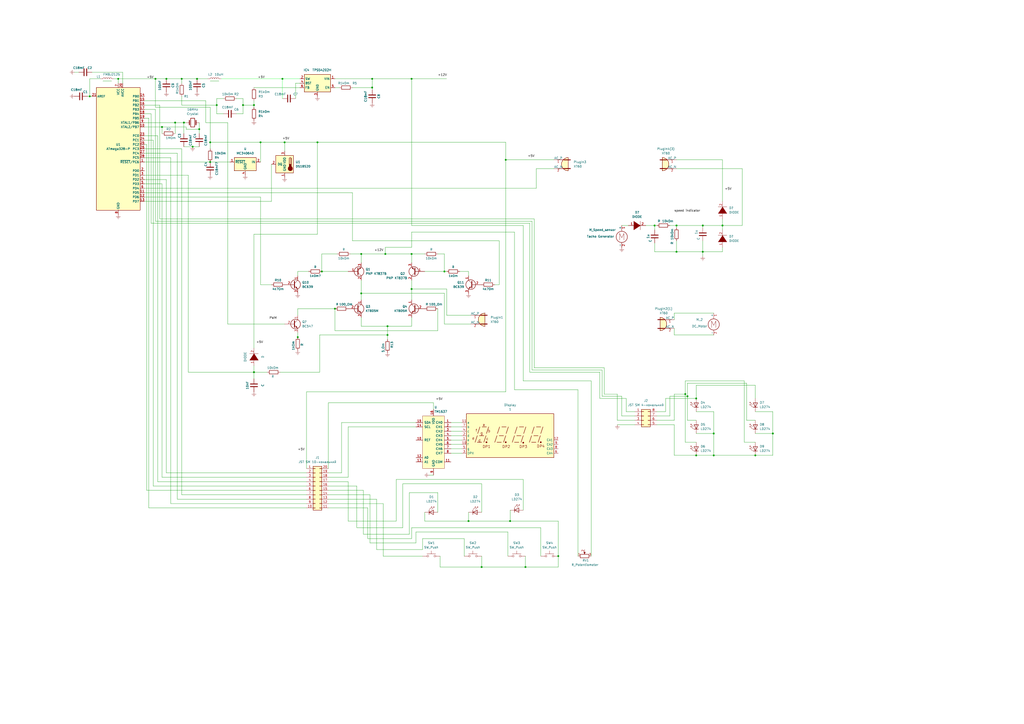
<source format=kicad_sch>
(kicad_sch (version 20211123) (generator eeschema)
  (paper "A2")
  (junction (at 397.51 228.6))
  (junction (at 403.86 264.16))
  (junction (at 295.91 302.26))
  (junction (at 224.79 189.23))
  (junction (at 448.31 251.46))
  (junction (at 215.9 45.72))
  (junction (at 407.67 130.81))
  (junction (at 186.69 157.48))
  (junction (at 115.57 74.93))
  (junction (at 96.52 45.72))
  (junction (at 114.3 45.72))
  (junction (at 392.43 146.05))
  (junction (at 419.1 130.81))
  (junction (at 172.72 195.58))
  (junction (at 414.02 251.46))
  (junction (at 101.6 71.12))
  (junction (at 223.52 147.32))
  (junction (at 293.37 92.71))
  (junction (at 209.55 170.18))
  (junction (at 147.32 60.96))
  (junction (at 165.1 82.55))
  (junction (at 271.78 302.26))
  (junction (at 111.76 85.09))
  (junction (at 163.83 45.72))
  (junction (at 105.41 45.72))
  (junction (at 106.68 71.12))
  (junction (at 93.98 73.66))
  (junction (at 398.78 229.87))
  (junction (at 68.58 45.72))
  (junction (at 238.76 167.64))
  (junction (at 125.73 60.96))
  (junction (at 121.92 93.98))
  (junction (at 209.55 147.32))
  (junction (at 151.13 82.55))
  (junction (at 121.92 82.55))
  (junction (at 238.76 147.32))
  (junction (at 379.73 130.81))
  (junction (at 184.15 82.55))
  (junction (at 323.85 322.58))
  (junction (at 224.79 194.31))
  (junction (at 414.02 264.16))
  (junction (at 403.86 231.14))
  (junction (at 215.9 50.8))
  (junction (at 407.67 146.05))
  (junction (at 304.8 328.93))
  (junction (at 279.4 328.93))
  (junction (at 438.15 264.16))
  (junction (at 194.31 179.07))
  (junction (at 392.43 130.81))
  (junction (at 52.07 55.88))
  (junction (at 140.97 60.96))
  (junction (at 90.17 45.72))
  (junction (at 238.76 45.72))
  (junction (at 257.81 157.48))
  (junction (at 147.32 215.9))
  (wire (pts (xy 448.31 264.16) (xy 438.15 264.16)))
  (wire (pts (xy 237.49 309.88) (xy 210.82 309.88)))
  (wire (pts (xy 246.38 297.18) (xy 246.38 302.26)))
  (wire (pts (xy 184.15 135.89) (xy 184.15 82.55)))
  (wire (pts (xy 194.31 191.77) (xy 254 191.77)))
  (wire (pts (xy 323.85 302.26) (xy 323.85 322.58)))
  (wire (pts (xy 83.82 66.04) (xy 87.63 66.04)))
  (wire (pts (xy 163.83 45.72) (xy 173.99 45.72)) (stroke (width 0) (color 0 255 41 1)))
  (wire (pts (xy 398.78 229.87) (xy 398.78 243.84)))
  (wire (pts (xy 190.5 284.48) (xy 210.82 284.48)))
  (wire (pts (xy 209.55 147.32) (xy 223.52 147.32)))
  (wire (pts (xy 194.31 45.72) (xy 215.9 45.72)))
  (wire (pts (xy 87.63 129.54) (xy 87.63 66.04)))
  (wire (pts (xy 154.94 215.9) (xy 147.32 215.9)))
  (wire (pts (xy 391.16 185.42) (xy 391.16 181.61)))
  (wire (pts (xy 419.1 146.05) (xy 407.67 146.05)))
  (wire (pts (xy 294.64 308.61) (xy 241.3 308.61)))
  (wire (pts (xy 245.11 318.77) (xy 245.11 312.42)))
  (wire (pts (xy 448.31 251.46) (xy 448.31 264.16)))
  (wire (pts (xy 255.27 322.58) (xy 255.27 328.93)))
  (wire (pts (xy 71.12 41.91) (xy 53.34 41.91)))
  (wire (pts (xy 102.87 289.56) (xy 177.8 289.56)))
  (wire (pts (xy 190.5 287.02) (xy 214.63 287.02)))
  (wire (pts (xy 433.07 243.84) (xy 433.07 222.25)))
  (wire (pts (xy 165.1 82.55) (xy 165.1 87.63)))
  (wire (pts (xy 121.92 62.23) (xy 90.17 62.23)))
  (wire (pts (xy 222.25 322.58) (xy 245.11 322.58)))
  (wire (pts (xy 151.13 165.1) (xy 157.48 165.1)))
  (wire (pts (xy 381 238.76) (xy 386.08 238.76)))
  (wire (pts (xy 397.51 256.54) (xy 397.51 228.6)))
  (wire (pts (xy 177.8 271.78) (xy 177.8 227.33)))
  (wire (pts (xy 190.5 294.64) (xy 213.36 294.64)))
  (wire (pts (xy 246.38 302.26) (xy 271.78 302.26)))
  (wire (pts (xy 83.82 109.22) (xy 311.15 109.22)))
  (wire (pts (xy 119.38 71.12) (xy 119.38 58.42)))
  (wire (pts (xy 360.68 241.3) (xy 360.68 229.87)))
  (wire (pts (xy 388.62 241.3) (xy 388.62 229.87)))
  (wire (pts (xy 303.53 130.81) (xy 238.76 130.81)))
  (wire (pts (xy 241.3 314.96) (xy 214.63 314.96)))
  (wire (pts (xy 83.82 63.5) (xy 90.17 63.5)))
  (wire (pts (xy 190.5 276.86) (xy 201.93 276.86)))
  (wire (pts (xy 83.82 111.76) (xy 204.47 111.76)))
  (wire (pts (xy 257.81 187.96) (xy 257.81 170.18)))
  (wire (pts (xy 407.67 139.7) (xy 407.67 146.05)))
  (wire (pts (xy 125.73 66.04) (xy 129.54 66.04)))
  (wire (pts (xy 190.5 271.78) (xy 190.5 233.68)))
  (wire (pts (xy 419.1 92.71) (xy 419.1 116.84)))
  (wire (pts (xy 83.82 114.3) (xy 151.13 114.3)))
  (wire (pts (xy 151.13 114.3) (xy 151.13 165.1)))
  (wire (pts (xy 368.3 238.76) (xy 363.22 238.76)))
  (wire (pts (xy 308.61 214.63) (xy 349.25 214.63)))
  (wire (pts (xy 381 241.3) (xy 388.62 241.3)))
  (wire (pts (xy 379.73 130.81) (xy 379.73 133.35)))
  (wire (pts (xy 165.1 187.96) (xy 132.08 187.96)))
  (wire (pts (xy 172.72 179.07) (xy 172.72 182.88)))
  (wire (pts (xy 194.31 191.77) (xy 194.31 179.07)))
  (wire (pts (xy 269.24 312.42) (xy 269.24 322.58)))
  (wire (pts (xy 209.55 170.18) (xy 209.55 173.99)))
  (wire (pts (xy 358.14 228.6) (xy 350.52 228.6)))
  (wire (pts (xy 96.52 104.14) (xy 96.52 274.32)))
  (wire (pts (xy 204.47 50.8) (xy 215.9 50.8)))
  (wire (pts (xy 350.52 213.36) (xy 309.88 213.36)))
  (wire (pts (xy 313.69 306.07) (xy 238.76 306.07)))
  (wire (pts (xy 52.07 45.72) (xy 52.07 55.88)))
  (wire (pts (xy 342.9 220.98) (xy 303.53 220.98)))
  (wire (pts (xy 105.41 287.02) (xy 177.8 287.02)))
  (wire (pts (xy 307.34 215.9) (xy 307.34 129.54)))
  (wire (pts (xy 289.56 165.1) (xy 287.02 165.1)))
  (wire (pts (xy 137.16 57.15) (xy 140.97 57.15)))
  (wire (pts (xy 125.73 60.96) (xy 125.73 66.04)))
  (wire (pts (xy 294.64 322.58) (xy 294.64 308.61)))
  (wire (pts (xy 215.9 45.72) (xy 215.9 50.8)))
  (wire (pts (xy 238.76 312.42) (xy 213.36 312.42)))
  (wire (pts (xy 398.78 243.84) (xy 403.86 243.84)))
  (wire (pts (xy 190.5 279.4) (xy 201.93 279.4)))
  (wire (pts (xy 323.85 322.58) (xy 323.85 328.93)))
  (wire (pts (xy 96.52 45.72) (xy 105.41 45.72)))
  (wire (pts (xy 91.44 78.74) (xy 83.82 78.74)))
  (wire (pts (xy 311.15 97.79) (xy 321.31 97.79)))
  (wire (pts (xy 93.98 106.68) (xy 83.82 106.68)))
  (wire (pts (xy 430.53 130.81) (xy 419.1 130.81)))
  (wire (pts (xy 347.98 215.9) (xy 307.34 215.9)))
  (wire (pts (xy 238.76 147.32) (xy 246.38 147.32)))
  (wire (pts (xy 105.41 45.72) (xy 105.41 48.26)))
  (wire (pts (xy 403.86 251.46) (xy 414.02 251.46)))
  (wire (pts (xy 241.3 247.65) (xy 201.93 247.65)))
  (wire (pts (xy 190.5 274.32) (xy 198.12 274.32)))
  (wire (pts (xy 102.87 88.9) (xy 102.87 289.56)))
  (wire (pts (xy 295.91 302.26) (xy 323.85 302.26)))
  (wire (pts (xy 109.22 215.9) (xy 147.32 215.9)))
  (wire (pts (xy 204.47 111.76) (xy 204.47 139.7)))
  (wire (pts (xy 85.09 284.48) (xy 177.8 284.48)))
  (wire (pts (xy 379.73 146.05) (xy 392.43 146.05)))
  (wire (pts (xy 96.52 274.32) (xy 177.8 274.32)))
  (wire (pts (xy 388.62 229.87) (xy 398.78 229.87)))
  (wire (pts (xy 363.22 238.76) (xy 363.22 231.14)))
  (wire (pts (xy 391.16 264.16) (xy 391.16 246.38)))
  (wire (pts (xy 403.86 264.16) (xy 391.16 264.16)))
  (wire (pts (xy 407.67 130.81) (xy 407.67 132.08)))
  (wire (pts (xy 125.73 57.15) (xy 125.73 60.96)))
  (wire (pts (xy 190.5 281.94) (xy 207.01 281.94)))
  (wire (pts (xy 229.87 302.26) (xy 201.93 302.26)))
  (wire (pts (xy 140.97 60.96) (xy 140.97 66.04)))
  (wire (pts (xy 438.15 223.52) (xy 403.86 223.52)))
  (wire (pts (xy 195.58 147.32) (xy 186.69 147.32)))
  (wire (pts (xy 222.25 292.1) (xy 222.25 322.58)))
  (wire (pts (xy 307.34 129.54) (xy 87.63 129.54)))
  (wire (pts (xy 93.98 73.66) (xy 107.95 73.66)))
  (wire (pts (xy 407.67 130.81) (xy 419.1 130.81)))
  (wire (pts (xy 140.97 66.04) (xy 137.16 66.04)))
  (wire (pts (xy 257.81 170.18) (xy 209.55 170.18)))
  (wire (pts (xy 128.27 45.72) (xy 163.83 45.72)) (stroke (width 0) (color 16 255 30 1)))
  (wire (pts (xy 83.82 88.9) (xy 102.87 88.9)))
  (wire (pts (xy 414.02 264.16) (xy 403.86 264.16)))
  (wire (pts (xy 392.43 92.71) (xy 419.1 92.71)))
  (wire (pts (xy 58.42 45.72) (xy 52.07 45.72)))
  (wire (pts (xy 392.43 130.81) (xy 392.43 132.08)))
  (wire (pts (xy 105.41 45.72) (xy 114.3 45.72)))
  (wire (pts (xy 308.61 128.27) (xy 308.61 214.63)))
  (wire (pts (xy 342.9 220.98) (xy 342.9 322.58)))
  (wire (pts (xy 255.27 328.93) (xy 279.4 328.93)))
  (wire (pts (xy 209.55 162.56) (xy 209.55 170.18)))
  (wire (pts (xy 115.57 74.93) (xy 107.95 74.93)))
  (wire (pts (xy 106.68 71.12) (xy 106.68 77.47)))
  (wire (pts (xy 419.1 130.81) (xy 419.1 127)))
  (wire (pts (xy 335.28 226.06) (xy 298.45 226.06)))
  (wire (pts (xy 293.37 92.71) (xy 293.37 227.33)))
  (wire (pts (xy 431.8 220.98) (xy 397.51 220.98)))
  (wire (pts (xy 132.08 71.12) (xy 119.38 71.12)))
  (wire (pts (xy 224.79 189.23) (xy 224.79 194.31)))
  (wire (pts (xy 279.4 280.67) (xy 279.4 297.18)))
  (wire (pts (xy 147.32 212.09) (xy 147.32 215.9)))
  (wire (pts (xy 105.41 86.36) (xy 83.82 86.36)))
  (wire (pts (xy 251.46 233.68) (xy 251.46 237.49)))
  (wire (pts (xy 223.52 143.51) (xy 223.52 147.32)))
  (wire (pts (xy 350.52 228.6) (xy 350.52 213.36)))
  (wire (pts (xy 304.8 322.58) (xy 304.8 328.93)))
  (wire (pts (xy 298.45 226.06) (xy 298.45 134.62)))
  (wire (pts (xy 241.3 308.61) (xy 241.3 314.96)))
  (wire (pts (xy 303.53 295.91) (xy 303.53 278.13)))
  (wire (pts (xy 90.17 45.72) (xy 96.52 45.72)))
  (wire (pts (xy 204.47 139.7) (xy 289.56 139.7)))
  (wire (pts (xy 386.08 238.76) (xy 386.08 231.14)))
  (wire (pts (xy 238.76 45.72) (xy 238.76 130.81)))
  (wire (pts (xy 115.57 71.12) (xy 115.57 74.93)))
  (wire (pts (xy 121.92 46.99) (xy 127 46.99)))
  (wire (pts (xy 105.41 287.02) (xy 105.41 86.36)))
  (wire (pts (xy 185.42 194.31) (xy 185.42 215.9)))
  (wire (pts (xy 238.76 162.56) (xy 238.76 167.64)))
  (wire (pts (xy 360.68 130.81) (xy 364.49 130.81)))
  (wire (pts (xy 198.12 245.11) (xy 241.3 245.11)))
  (wire (pts (xy 368.3 243.84) (xy 358.14 243.84)))
  (wire (pts (xy 68.58 45.72) (xy 66.04 45.72)))
  (wire (pts (xy 88.9 81.28) (xy 88.9 281.94)))
  (wire (pts (xy 86.36 68.58) (xy 83.82 68.58)))
  (wire (pts (xy 90.17 62.23) (xy 90.17 45.72)))
  (wire (pts (xy 271.78 157.48) (xy 271.78 160.02)))
  (wire (pts (xy 59.69 46.99) (xy 64.77 46.99)))
  (wire (pts (xy 403.86 238.76) (xy 414.02 238.76)))
  (wire (pts (xy 85.09 83.82) (xy 83.82 83.82)))
  (wire (pts (xy 295.91 295.91) (xy 295.91 302.26)))
  (wire (pts (xy 201.93 276.86) (xy 201.93 247.65)))
  (wire (pts (xy 438.15 243.84) (xy 433.07 243.84)))
  (wire (pts (xy 261.62 247.65) (xy 267.97 247.65)))
  (wire (pts (xy 147.32 135.89) (xy 184.15 135.89)))
  (wire (pts (xy 114.3 45.72) (xy 120.65 45.72)))
  (wire (pts (xy 86.36 294.64) (xy 86.36 68.58)))
  (wire (pts (xy 398.78 222.25) (xy 398.78 229.87)))
  (wire (pts (xy 407.67 146.05) (xy 407.67 148.59)))
  (wire (pts (xy 392.43 130.81) (xy 407.67 130.81)))
  (wire (pts (xy 91.44 279.4) (xy 177.8 279.4)))
  (wire (pts (xy 261.62 262.89) (xy 267.97 262.89)))
  (wire (pts (xy 209.55 152.4) (xy 209.55 147.32)))
  (wire (pts (xy 392.43 97.79) (xy 430.53 97.79)))
  (wire (pts (xy 438.15 256.54) (xy 431.8 256.54)))
  (wire (pts (xy 68.58 45.72) (xy 90.17 45.72)))
  (wire (pts (xy 257.81 157.48) (xy 259.08 157.48)))
  (wire (pts (xy 391.16 181.61) (xy 414.02 181.61)))
  (wire (pts (xy 414.02 238.76) (xy 414.02 251.46)))
  (wire (pts (xy 99.06 292.1) (xy 177.8 292.1)))
  (wire (pts (xy 261.62 250.19) (xy 267.97 250.19)))
  (wire (pts (xy 83.82 73.66) (xy 93.98 73.66)))
  (wire (pts (xy 215.9 50.8) (xy 215.9 52.07)))
  (wire (pts (xy 431.8 256.54) (xy 431.8 220.98)))
  (wire (pts (xy 106.68 71.12) (xy 107.95 71.12)))
  (wire (pts (xy 172.72 157.48) (xy 179.07 157.48)))
  (wire (pts (xy 190.5 289.56) (xy 218.44 289.56)))
  (wire (pts (xy 323.85 328.93) (xy 304.8 328.93)))
  (wire (pts (xy 101.6 71.12) (xy 106.68 71.12)))
  (wire (pts (xy 229.87 278.13) (xy 229.87 302.26)))
  (wire (pts (xy 210.82 284.48) (xy 210.82 309.88)))
  (wire (pts (xy 215.9 45.72) (xy 238.76 45.72)))
  (wire (pts (xy 198.12 274.32) (xy 198.12 245.11)))
  (wire (pts (xy 214.63 287.02) (xy 214.63 314.96)))
  (wire (pts (xy 419.1 130.81) (xy 419.1 133.35)))
  (wire (pts (xy 419.1 143.51) (xy 419.1 146.05)))
  (wire (pts (xy 335.28 226.06) (xy 335.28 322.58)))
  (wire (pts (xy 391.16 246.38) (xy 381 246.38)))
  (wire (pts (xy 430.53 97.79) (xy 430.53 130.81)))
  (wire (pts (xy 298.45 134.62) (xy 238.76 134.62)))
  (wire (pts (xy 238.76 147.32) (xy 238.76 152.4)))
  (wire (pts (xy 91.44 279.4) (xy 91.44 78.74)))
  (wire (pts (xy 261.62 245.11) (xy 267.97 245.11)))
  (wire (pts (xy 90.17 63.5) (xy 90.17 128.27)))
  (wire (pts (xy 349.25 229.87) (xy 360.68 229.87)))
  (wire (pts (xy 163.83 45.72) (xy 163.83 57.15)) (stroke (width 0) (color 27 255 55 1)))
  (wire (pts (xy 261.62 255.27) (xy 267.97 255.27)))
  (wire (pts (xy 381 130.81) (xy 379.73 130.81)))
  (wire (pts (xy 257.81 147.32) (xy 257.81 157.48)))
  (wire (pts (xy 438.15 251.46) (xy 448.31 251.46)))
  (wire (pts (xy 392.43 139.7) (xy 392.43 146.05)))
  (wire (pts (xy 99.06 292.1) (xy 99.06 91.44)))
  (wire (pts (xy 209.55 189.23) (xy 224.79 189.23)))
  (wire (pts (xy 129.54 57.15) (xy 125.73 57.15)))
  (wire (pts (xy 233.68 280.67) (xy 233.68 306.07)))
  (wire (pts (xy 83.82 71.12) (xy 101.6 71.12)))
  (wire (pts (xy 279.4 328.93) (xy 304.8 328.93)))
  (wire (pts (xy 147.32 135.89) (xy 147.32 201.93)))
  (wire (pts (xy 172.72 193.04) (xy 172.72 195.58)))
  (wire (pts (xy 209.55 184.15) (xy 209.55 189.23)))
  (wire (pts (xy 391.16 243.84) (xy 391.16 228.6)))
  (wire (pts (xy 238.76 45.72) (xy 259.08 45.72)))
  (wire (pts (xy 403.86 231.14) (xy 386.08 231.14)))
  (wire (pts (xy 438.15 238.76) (xy 448.31 238.76)))
  (wire (pts (xy 140.97 57.15) (xy 140.97 60.96)))
  (wire (pts (xy 347.98 231.14) (xy 347.98 215.9)))
  (wire (pts (xy 111.76 85.09) (xy 115.57 85.09)))
  (wire (pts (xy 313.69 322.58) (xy 313.69 306.07)))
  (wire (pts (xy 105.41 55.88) (xy 105.41 60.96)))
  (wire (pts (xy 237.49 285.75) (xy 237.49 309.88)))
  (wire (pts (xy 311.15 97.79) (xy 311.15 109.22)))
  (wire (pts (xy 238.76 189.23) (xy 238.76 184.15)))
  (wire (pts (xy 92.71 127) (xy 92.71 60.96)))
  (wire (pts (xy 172.72 179.07) (xy 194.31 179.07)))
  (wire (pts (xy 194.31 50.8) (xy 196.85 50.8)))
  (wire (pts (xy 151.13 82.55) (xy 121.92 82.55)))
  (wire (pts (xy 177.8 227.33) (xy 293.37 227.33)))
  (wire (pts (xy 177.8 294.64) (xy 86.36 294.64)))
  (wire (pts (xy 238.76 134.62) (xy 238.76 143.51)))
  (wire (pts (xy 391.16 190.5) (xy 391.16 194.31)))
  (wire (pts (xy 50.8 55.88) (xy 52.07 55.88)))
  (wire (pts (xy 238.76 167.64) (xy 238.76 173.99)))
  (wire (pts (xy 71.12 41.91) (xy 71.12 48.26)))
  (wire (pts (xy 201.93 279.4) (xy 201.93 302.26)))
  (wire (pts (xy 397.51 228.6) (xy 391.16 228.6)))
  (wire (pts (xy 90.17 128.27) (xy 308.61 128.27)))
  (wire (pts (xy 190.5 292.1) (xy 222.25 292.1)))
  (wire (pts (xy 261.62 252.73) (xy 267.97 252.73)))
  (wire (pts (xy 218.44 289.56) (xy 218.44 318.77)))
  (wire (pts (xy 358.14 243.84) (xy 358.14 228.6)))
  (wire (pts (xy 233.68 280.67) (xy 279.4 280.67)))
  (wire (pts (xy 172.72 157.48) (xy 172.72 160.02)))
  (wire (pts (xy 109.22 101.6) (xy 109.22 215.9)))
  (wire (pts (xy 248.92 275.59) (xy 251.46 275.59)))
  (wire (pts (xy 83.82 101.6) (xy 109.22 101.6)))
  (wire (pts (xy 162.56 215.9) (xy 185.42 215.9)))
  (wire (pts (xy 438.15 231.14) (xy 438.15 223.52)))
  (wire (pts (xy 119.38 58.42) (xy 83.82 58.42)))
  (wire (pts (xy 68.58 48.26) (xy 68.58 45.72)))
  (wire (pts (xy 271.78 297.18) (xy 271.78 302.26)))
  (wire (pts (xy 213.36 312.42) (xy 213.36 294.64)))
  (wire (pts (xy 379.73 130.81) (xy 374.65 130.81)))
  (wire (pts (xy 83.82 104.14) (xy 96.52 104.14)))
  (wire (pts (xy 92.71 60.96) (xy 83.82 60.96)))
  (wire (pts (xy 238.76 143.51) (xy 223.52 143.51)))
  (wire (pts (xy 224.79 194.31) (xy 224.79 196.85)))
  (wire (pts (xy 147.32 215.9) (xy 147.32 219.71)))
  (wire (pts (xy 83.82 93.98) (xy 121.92 93.98)))
  (wire (pts (xy 121.92 62.23) (xy 121.92 82.55)))
  (wire (pts (xy 433.07 222.25) (xy 398.78 222.25)))
  (wire (pts (xy 184.15 82.55) (xy 293.37 82.55)))
  (wire (pts (xy 147.32 60.96) (xy 147.32 62.23)))
  (wire (pts (xy 289.56 139.7) (xy 289.56 165.1)))
  (wire (pts (xy 381 243.84) (xy 391.16 243.84)))
  (wire (pts (xy 43.18 41.91) (xy 45.72 41.91)))
  (wire (pts (xy 165.1 82.55) (xy 184.15 82.55)))
  (wire (pts (xy 172.72 195.58) (xy 172.72 196.85)))
  (wire (pts (xy 246.38 157.48) (xy 257.81 157.48)))
  (wire (pts (xy 254 147.32) (xy 257.81 147.32)))
  (wire (pts (xy 414.02 251.46) (xy 414.02 264.16)))
  (wire (pts (xy 140.97 60.96) (xy 147.32 60.96)))
  (wire (pts (xy 171.45 48.26) (xy 173.99 48.26)))
  (wire (pts (xy 309.88 127) (xy 92.71 127)))
  (wire (pts (xy 245.11 312.42) (xy 269.24 312.42)))
  (wire (pts (xy 379.73 140.97) (xy 379.73 146.05)))
  (wire (pts (xy 121.92 93.98) (xy 133.35 93.98)))
  (wire (pts (xy 261.62 257.81) (xy 267.97 257.81)))
  (wire (pts (xy 107.95 74.93) (xy 107.95 73.66)))
  (wire (pts (xy 186.69 147.32) (xy 186.69 157.48)))
  (wire (pts (xy 448.31 238.76) (xy 448.31 251.46)))
  (wire (pts (xy 101.6 71.12) (xy 101.6 77.47)))
  (wire (pts (xy 271.78 302.26) (xy 295.91 302.26)))
  (wire (pts (xy 83.82 81.28) (xy 88.9 81.28)))
  (wire (pts (xy 115.57 74.93) (xy 115.57 77.47)))
  (wire (pts (xy 186.69 157.48) (xy 201.93 157.48)))
  (wire (pts (xy 266.7 157.48) (xy 271.78 157.48)))
  (wire (pts (xy 397.51 220.98) (xy 397.51 228.6)))
  (wire (pts (xy 93.98 73.66) (xy 93.98 77.47)))
  (wire (pts (xy 147.32 50.8) (xy 173.99 50.8)))
  (wire (pts (xy 363.22 231.14) (xy 347.98 231.14)))
  (wire (pts (xy 233.68 306.07) (xy 207.01 306.07)))
  (wire (pts (xy 224.79 189.23) (xy 238.76 189.23)))
  (wire (pts (xy 273.05 182.88) (xy 259.08 182.88)))
  (wire (pts (xy 261.62 260.35) (xy 267.97 260.35)))
  (wire (pts (xy 309.88 213.36) (xy 309.88 127)))
  (wire (pts (xy 279.4 322.58) (xy 279.4 328.93)))
  (wire (pts (xy 151.13 82.55) (xy 165.1 82.55)))
  (wire (pts (xy 229.87 278.13) (xy 303.53 278.13)))
  (wire (pts (xy 223.52 147.32) (xy 238.76 147.32)))
  (wire (pts (xy 85.09 284.48) (xy 85.09 83.82)))
  (wire (pts (xy 293.37 92.71) (xy 321.31 92.71)))
  (wire (pts (xy 52.07 55.88) (xy 53.34 55.88)))
  (wire (pts (xy 185.42 194.31) (xy 224.79 194.31)))
  (wire (pts (xy 254 285.75) (xy 237.49 285.75)))
  (wire (pts (xy 358.14 246.38) (xy 368.3 246.38)))
  (wire (pts (xy 238.76 306.07) (xy 238.76 312.42)))
  (wire (pts (xy 403.86 256.54) (xy 397.51 256.54)))
  (wire (pts (xy 171.45 57.15) (xy 171.45 48.26)))
  (wire (pts (xy 254 179.07) (xy 254 191.77)))
  (wire (pts (xy 157.48 95.25) (xy 157.48 116.84)))
  (wire (pts (xy 368.3 241.3) (xy 360.68 241.3)))
  (wire (pts (xy 273.05 187.96) (xy 257.81 187.96)))
  (wire (pts (xy 121.92 82.55) (xy 121.92 86.36)))
  (wire (pts (xy 83.82 116.84) (xy 157.48 116.84)))
  (wire (pts (xy 105.41 60.96) (xy 125.73 60.96)))
  (wire (pts (xy 190.5 233.68) (xy 251.46 233.68)))
  (wire (pts (xy 391.16 194.31) (xy 414.02 194.31)))
  (wire (pts (xy 203.2 147.32) (xy 209.55 147.32)))
  (wire (pts (xy 388.62 130.81) (xy 392.43 130.81)))
  (wire (pts (xy 349.25 214.63) (xy 349.25 229.87)))
  (wire (pts (xy 254 297.18) (xy 254 285.75)))
  (wire (pts (xy 93.98 276.86) (xy 93.98 106.68)))
  (wire (pts (xy 259.08 167.64) (xy 238.76 167.64)))
  (wire (pts (xy 88.9 281.94) (xy 177.8 281.94)))
  (wire (pts (xy 93.98 276.86) (xy 177.8 276.86)))
  (wire (pts (xy 151.13 93.98) (xy 151.13 82.55)))
  (wire (pts (xy 132.08 187.96) (xy 132.08 71.12)))
  (wire (pts (xy 106.68 85.09) (xy 111.76 85.09)))
  (wire (pts (xy 403.86 223.52) (xy 403.86 231.14)))
  (wire (pts (xy 303.53 220.98) (xy 303.53 130.81)))
  (wire (pts (xy 147.32 58.42) (xy 147.32 60.96)))
  (wire (pts (xy 218.44 318.77) (xy 245.11 318.77)))
  (wire (pts (xy 293.37 82.55) (xy 293.37 92.71)))
  (wire (pts (xy 259.08 182.88) (xy 259.08 167.64)))
  (wire (pts (xy 207.01 281.94) (xy 207.01 306.07)))
  (wire (pts (xy 99.06 91.44) (xy 83.82 91.44)))
  (wire (pts (xy 414.02 264.16) (xy 438.15 264.16)))
  (wire (pts (xy 392.43 146.05) (xy 407.67 146.05)))
  (label " +5V" (at 148.59 45.72 0))
  (label "+5V" (at 306.07 91.44 0))
  (label "+12V" (at 217.17 146.05 0))
  (label "+5V" (at 172.72 261.62 0))
  (label "speed indicator" (at 391.16 123.19 0))
  (label "+5V" (at 420.37 110.49 0))
  (label "+12V" (at 254 44.45 0))
  (label "+5V" (at 252.73 232.41 0))
  (label "PWM" (at 156.21 185.42 0))
  (label "+5V" (at 163.83 81.28 0))
  (label "+5V" (at 85.09 45.72 0))
  (label "+5V" (at 148.59 199.39 0))
  (symbol (lib_id "LED:LD274") (at 438.15 233.68 90) (unit 1)
    (property "Reference" "D7" (at 440.69 233.5529 90) (effects (justify right)))
    (property "Value" "LD274" (at 440.69 236.0929 90) (effects (justify right)))
    (property "Footprint" "LED_THT:LED_D5.0mm_IRGrey" (effects hide))
    (property "Datasheet" "http://pdf.datasheetcatalog.com/datasheet/siemens/LD274.pdf" (effects hide))
  )
  (symbol (lib_id "power:Earth") (at 407.67 148.59 0) (unit 1)
    (property "Reference" "#PWR?" (effects hide))
    (property "Value" "Earth" (effects hide))
  )
  (symbol (lib_id "Device:R") (at 147.32 66.04 0) (unit 1)
    (property "Reference" "R1kOm" (at 149.86 64.7699 0) (effects (justify left)))
    (property "Value" "R4" (at 149.86 67.3099 0) (effects (justify left)))
  )
  (symbol (lib_id "Motor:Motor_DC") (at 414.02 186.69 0) (unit 1)
    (property "Reference" "M_2" (at 403.86 185.42 0) (effects (justify left)))
    (property "Value" "DC_Motor" (at 401.32 189.23 0) (effects (justify left)))
  )
  (symbol (lib_id "Device:C") (at 407.67 135.89 180) (unit 1)
    (property "Reference" "1u" (at 403.86 134.62 90))
    (property "Value" "C" (at 405.13 138.43 90))
  )
  (symbol (lib_id "Device:L") (at 124.46 45.72 90) (unit 1)
    (property "Reference" "L2" (at 121.92 43.18 90))
    (property "Value" "10uH" (at 127 43.18 90))
  )
  (symbol (lib_id "power:Earth") (at 165.1 102.87 0) (unit 1)
    (property "Reference" "#PWR?" (effects hide))
    (property "Value" "Earth" (effects hide))
  )
  (symbol (lib_id "Transistor_BJT:BC547") (at 170.18 187.96 0) (unit 1)
    (property "Reference" "Q?" (at 175.26 186.6899 0) (effects (justify left)))
    (property "Value" "BC547" (at 175.26 189.2299 0) (effects (justify left)))
    (property "Footprint" "Package_TO_SOT_THT:TO-92_Inline" (effects hide))
    (property "Datasheet" "https://www.onsemi.com/pub/Collateral/BC550-D.pdf" (effects hide))
  )
  (symbol (lib_id "LED:LD274") (at 276.86 297.18 0) (unit 1)
    (property "Reference" "D2" (at 275.717 288.29 0))
    (property "Value" "LD274" (at 275.717 290.83 0))
    (property "Footprint" "LED_THT:LED_D5.0mm_IRGrey" (effects hide))
    (property "Datasheet" "http://pdf.datasheetcatalog.com/datasheet/siemens/LD274.pdf" (effects hide))
  )
  (symbol (lib_id "power:Earth") (at 271.78 170.18 0) (unit 1)
    (property "Reference" "#PWR?" (effects hide))
    (property "Value" "Earth" (effects hide))
  )
  (symbol (lib_id "Device:R") (at 250.19 179.07 90) (unit 1)
    (property "Reference" "100_Om" (at 252.73 176.53 90))
    (property "Value" "R" (at 247.65 176.53 90))
  )
  (symbol (lib_id "Connector_Generic:Conn_02x10_Counter_Clockwise") (at 182.88 281.94 0) (unit 1)
    (property "Reference" "J1" (at 184.15 265.43 0))
    (property "Value" "JST SM 10-кональний" (at 184.15 267.97 0))
  )
  (symbol (lib_id "Device:C") (at 121.92 97.79 180) (unit 1)
    (property "Reference" "C18mF?" (at 125.73 97.79 90))
    (property "Value" "C4" (at 119.38 95.25 90))
  )
  (symbol (lib_id "Switch:SW_Push") (at 250.19 322.58 0) (unit 1)
    (property "Reference" "SW1" (at 250.19 314.96 0))
    (property "Value" "SW_Push" (at 250.19 317.5 0))
  )
  (symbol (lib_id "Connector:Conn_WallPlug") (at 278.13 185.42 0) (mirror y) (unit 1)
    (property "Reference" "PlugIn1" (at 284.48 184.1499 0) (effects (justify right)))
    (property "Value" "XT60" (at 284.48 186.6899 0) (effects (justify right)))
  )
  (symbol (lib_id "Device:Q_PNP_BCE") (at 207.01 157.48 0) (mirror x) (unit 1)
    (property "Reference" "Q1" (at 212.09 156.2099 0) (effects (justify left)))
    (property "Value" "PNP KT837B" (at 212.09 158.7499 0) (effects (justify left)))
  )
  (symbol (lib_id "Display_Character:CA56-12SRWA") (at 295.91 252.73 0) (unit 1)
    (property "Reference" "Display" (at 295.91 234.95 0))
    (property "Value" "1" (at 295.91 237.49 0))
    (property "Footprint" "Display_7Segment:CA56-12SRWA" (effects hide))
    (property "Datasheet" "http://www.kingbrightusa.com/images/catalog/SPEC/CA56-12SRWA.pdf" (effects hide))
  )
  (symbol (lib_id "LED:LD274") (at 403.86 233.68 90) (unit 1)
    (property "Reference" "D4" (at 406.4 233.5529 90) (effects (justify right)))
    (property "Value" "LD274" (at 406.4 236.0929 90) (effects (justify right)))
    (property "Footprint" "LED_THT:LED_D5.0mm_IRGrey" (effects hide))
    (property "Datasheet" "http://pdf.datasheetcatalog.com/datasheet/siemens/LD274.pdf" (effects hide))
  )
  (symbol (lib_id "Device:R") (at 133.35 57.15 90) (unit 1)
    (property "Reference" "10kOm" (at 132.08 54.61 90))
    (property "Value" "R2" (at 137.16 54.61 90))
  )
  (symbol (lib_id "power:Earth") (at 147.32 227.33 0) (unit 1)
    (property "Reference" "#PWR?" (effects hide))
    (property "Value" "Earth" (effects hide))
  )
  (symbol (lib_id "Device:C") (at 46.99 55.88 90) (unit 1)
    (property "Reference" "C18mF" (at 44.45 52.07 90))
    (property "Value" "C1" (at 49.53 53.34 90))
  )
  (symbol (lib_id "power:Earth") (at 172.72 203.2 0) (unit 1)
    (property "Reference" "#PWR?" (effects hide))
    (property "Value" "Earth" (effects hide))
  )
  (symbol (lib_id "Transistor_BJT:BC547") (at 241.3 179.07 0) (mirror y) (unit 1)
    (property "Reference" "Q4" (at 236.22 177.7999 0) (effects (justify left)))
    (property "Value" "КТ805М" (at 236.22 180.3399 0) (effects (justify left)))
    (property "Footprint" "Package_TO_SOT_THT:TO-92_Inline" (effects hide))
    (property "Datasheet" "https://www.onsemi.com/pub/Collateral/BC550-D.pdf" (effects hide))
  )
  (symbol (lib_id "power:Earth") (at 96.52 53.34 0) (unit 1)
    (property "Reference" "#PWR?" (effects hide))
    (property "Value" "Earth" (effects hide))
  )
  (symbol (lib_id "LED:LD274") (at 300.99 295.91 0) (unit 1)
    (property "Reference" "D3" (at 299.847 287.02 0))
    (property "Value" "LD274" (at 299.847 289.56 0))
    (property "Footprint" "LED_THT:LED_D5.0mm_IRGrey" (effects hide))
    (property "Datasheet" "http://pdf.datasheetcatalog.com/datasheet/siemens/LD274.pdf" (effects hide))
  )
  (symbol (lib_id "power:Earth") (at 114.3 53.34 0) (unit 1)
    (property "Reference" "#PWR?" (effects hide))
    (property "Value" "Earth" (effects hide))
  )
  (symbol (lib_id "pspice:DIODE") (at 147.32 207.01 90) (unit 1)
    (property "Reference" "D" (at 152.4 207.01 0))
    (property "Value" "DIODE" (at 142.24 207.01 0))
  )
  (symbol (lib_id "Sensor_Temperature:DS18S20") (at 165.1 95.25 0) (mirror y) (unit 1)
    (property "Reference" "U1" (at 171.45 93.9799 0) (effects (justify right)))
    (property "Value" "DS18S20" (at 171.45 96.5199 0) (effects (justify right)))
    (property "Footprint" "Package_TO_SOT_THT:TO-92_Inline" (effects hide))
    (property "Datasheet" "http://datasheets.maximintegrated.com/en/ds/DS18S20.pdf" (effects hide))
  )
  (symbol (lib_id "Device:R") (at 199.39 147.32 90) (unit 1)
    (property "Reference" "10kOm" (at 199.39 149.86 90))
    (property "Value" "R" (at 199.39 144.78 90))
  )
  (symbol (lib_id "Device:R") (at 262.89 157.48 90) (unit 1)
    (property "Reference" "1kOm" (at 262.89 160.02 90))
    (property "Value" "R" (at 262.89 154.94 90))
  )
  (symbol (lib_id "Transistor_BJT:BC547") (at 207.01 179.07 0) (unit 1)
    (property "Reference" "Q3" (at 212.09 177.7999 0) (effects (justify left)))
    (property "Value" "КТ805М" (at 212.09 180.3399 0) (effects (justify left)))
    (property "Footprint" "Package_TO_SOT_THT:TO-92_Inline" (effects hide))
    (property "Datasheet" "https://www.onsemi.com/pub/Collateral/BC550-D.pdf" (effects hide))
  )
  (symbol (lib_id "pspice:DIODE") (at 369.57 130.81 0) (unit 1)
    (property "Reference" "D?" (at 369.57 123.19 0))
    (property "Value" "DIODE" (at 369.57 125.73 0))
  )
  (symbol (lib_id "Device:R") (at 161.29 165.1 90) (unit 1)
    (property "Reference" "4k7Om" (at 161.29 167.64 90))
    (property "Value" "R10" (at 161.29 162.56 90))
  )
  (symbol (lib_id "Device:Crystal") (at 111.76 71.12 0) (unit 1)
    (property "Reference" "16MHz" (at 111.76 63.5 0))
    (property "Value" "Crystal" (at 111.76 66.04 0))
  )
  (symbol (lib_id "Device:R") (at 105.41 52.07 0) (unit 1)
    (property "Reference" "R1kOm" (at 102.87 54.61 90) (effects (justify left)))
    (property "Value" "R1" (at 106.68 55.88 0) (effects (justify left)))
  )
  (symbol (lib_id "Switch:SW_Push") (at 318.77 322.58 0) (unit 1)
    (property "Reference" "SW4" (at 318.77 314.96 0))
    (property "Value" "SW_Push" (at 318.77 317.5 0))
  )
  (symbol (lib_id "Device:R") (at 97.79 77.47 90) (unit 1)
    (property "Reference" "1MOm" (at 99.06 80.01 90))
    (property "Value" "R2" (at 97.79 74.93 90))
  )
  (symbol (lib_id "Device:R") (at 283.21 165.1 90) (unit 1)
    (property "Reference" "4k7Om" (at 283.21 167.64 90))
    (property "Value" "R11" (at 283.21 162.56 90))
  )
  (symbol (lib_id "LED:LD274") (at 438.15 259.08 90) (unit 1)
    (property "Reference" "D9" (at 440.69 258.9529 90) (effects (justify right)))
    (property "Value" "LD274" (at 440.69 261.4929 90) (effects (justify right)))
    (property "Footprint" "LED_THT:LED_D5.0mm_IRGrey" (effects hide))
    (property "Datasheet" "http://pdf.datasheetcatalog.com/datasheet/siemens/LD274.pdf" (effects hide))
  )
  (symbol (lib_id "Connector:Conn_WallPlug") (at 326.39 95.25 0) (mirror y) (unit 1)
    (property "Reference" "PlugIn3" (at 332.74 93.9799 0) (effects (justify right)))
    (property "Value" "XT60" (at 332.74 96.5199 0) (effects (justify right)))
  )
  (symbol (lib_id "power:Earth") (at 68.58 124.46 0) (unit 1)
    (property "Reference" "#PWR?" (effects hide))
    (property "Value" "Earth" (effects hide))
  )
  (symbol (lib_id "Device:R_Potentiometer") (at 339.09 322.58 90) (unit 1)
    (property "Reference" "RV1" (at 337.82 325.12 90) (effects (justify right)))
    (property "Value" "R_Potentiometer" (at 331.47 327.66 90) (effects (justify right)))
  )
  (symbol (lib_id "power:Earth") (at 224.79 204.47 0) (unit 1)
    (property "Reference" "#PWR?" (effects hide))
    (property "Value" "Earth" (effects hide))
  )
  (symbol (lib_id "Transistor_BJT:BC547") (at 170.18 165.1 0) (unit 1)
    (property "Reference" "Q10" (at 175.26 163.8299 0) (effects (justify left)))
    (property "Value" "BC639" (at 175.26 166.3699 0) (effects (justify left)))
    (property "Footprint" "Package_TO_SOT_THT:TO-92_Inline" (effects hide))
    (property "Datasheet" "https://www.onsemi.com/pub/Collateral/BC550-D.pdf" (effects hide))
  )
  (symbol (lib_id "Device:R") (at 182.88 157.48 90) (unit 1)
    (property "Reference" "1kOm?" (at 182.88 160.02 90))
    (property "Value" "R" (at 182.88 154.94 90))
  )
  (symbol (lib_id "LED:LD274") (at 251.46 297.18 0) (unit 1)
    (property "Reference" "D1" (at 250.317 288.29 0))
    (property "Value" "LD274" (at 250.317 290.83 0))
    (property "Footprint" "LED_THT:LED_D5.0mm_IRGrey" (effects hide))
    (property "Datasheet" "http://pdf.datasheetcatalog.com/datasheet/siemens/LD274.pdf" (effects hide))
  )
  (symbol (lib_id "Device:C") (at 147.32 223.52 180) (unit 1)
    (property "Reference" "10nF" (at 143.51 223.52 90))
    (property "Value" "C" (at 152.4 223.52 90))
  )
  (symbol (lib_id "LED:LD274") (at 403.86 246.38 90) (unit 1)
    (property "Reference" "D5" (at 406.4 246.2529 90) (effects (justify right)))
    (property "Value" "LD274" (at 406.4 248.7929 90) (effects (justify right)))
    (property "Footprint" "LED_THT:LED_D5.0mm_IRGrey" (effects hide))
    (property "Datasheet" "http://pdf.datasheetcatalog.com/datasheet/siemens/LD274.pdf" (effects hide))
  )
  (symbol (lib_id "power:Earth") (at 248.92 275.59 270) (unit 1)
    (property "Reference" "#PWR?" (effects hide))
    (property "Value" "Earth" (effects hide))
  )
  (symbol (lib_id "power:Earth") (at 172.72 170.18 0) (unit 1)
    (property "Reference" "#PWR?" (effects hide))
    (property "Value" "Earth" (effects hide))
  )
  (symbol (lib_id "Device:R") (at 121.92 90.17 0) (unit 1)
    (property "Reference" "10kOm" (at 124.46 88.8999 0) (effects (justify left)))
    (property "Value" "R4" (at 124.46 91.4399 0) (effects (justify left)))
  )
  (symbol (lib_id "Device:R") (at 392.43 135.89 180) (unit 1)
    (property "Reference" "10kOm" (at 389.89 135.89 90))
    (property "Value" "R" (at 389.89 140.97 90))
  )
  (symbol (lib_id "Device:R") (at 200.66 50.8 90) (unit 1)
    (property "Reference" "R1kOm" (at 199.39 48.26 90))
    (property "Value" "R5" (at 205.74 48.26 90))
  )
  (symbol (lib_id "Device:R") (at 147.32 54.61 0) (unit 1)
    (property "Reference" "R1kOm" (at 149.86 53.3399 0) (effects (justify left)))
    (property "Value" "R3" (at 149.86 55.8799 0) (effects (justify left)))
  )
  (symbol (lib_id "power:Earth") (at 142.24 101.6 0) (unit 1)
    (property "Reference" "#PWR?" (effects hide))
    (property "Value" "Earth" (effects hide))
  )
  (symbol (lib_id "power:Earth") (at 184.15 55.88 0) (unit 1)
    (property "Reference" "#PWR?" (effects hide))
    (property "Value" "Earth" (effects hide))
  )
  (symbol (lib_id "Motor:Motor_DC") (at 360.68 135.89 0) (unit 1)
    (property "Reference" "M_Speed_sensor" (at 341.63 133.35 0) (effects (justify left)))
    (property "Value" "Tacho Generator" (at 340.36 137.16 0) (effects (justify left)))
  )
  (symbol (lib_id "Device:R") (at 158.75 215.9 270) (unit 1)
    (property "Reference" "10kOm" (at 154.94 213.36 90) (effects (justify left)))
    (property "Value" "R" (at 157.48 218.44 90) (effects (justify left)))
  )
  (symbol (lib_id "Device:C") (at 115.57 81.28 180) (unit 1)
    (property "Reference" "C18mF" (at 119.38 81.28 90))
    (property "Value" "C4" (at 113.03 78.74 90))
  )
  (symbol (lib_id "Device:C") (at 133.35 66.04 270) (unit 1)
    (property "Reference" "C18mF" (at 132.08 62.23 90))
    (property "Value" "C6" (at 137.16 63.5 90))
  )
  (symbol (lib_id "power:Earth") (at 215.9 59.69 0) (unit 1)
    (property "Reference" "#PWR?" (effects hide))
    (property "Value" "Earth" (effects hide))
  )
  (symbol (lib_id "Device:R") (at 384.81 130.81 270) (unit 1)
    (property "Reference" "10kOm" (at 387.35 128.27 90))
    (property "Value" "R" (at 382.27 128.27 90))
  )
  (symbol (lib_id "Analog_ADC:ADS7828") (at 251.46 255.27 0) (mirror y) (unit 1)
    (property "Reference" "U" (at 251.9806 236.22 0) (effects (justify right)))
    (property "Value" "TM1637" (at 251.9806 238.76 0) (effects (justify right)))
    (property "Footprint" "Package_SO:TSSOP-16_4.4x5mm_P0.65mm" (effects hide))
    (property "Datasheet" "http://www.ti.com/lit/ds/symlink/ads7828.pdf" (effects hide))
  )
  (symbol (lib_id "Connector:Conn_WallPlug") (at 387.35 95.25 0) (unit 1)
    (property "Reference" "PlugIn4(3)" (at 386.2705 86.36 0))
    (property "Value" "XT60" (at 386.2705 88.9 0))
  )
  (symbol (lib_id "Device:C") (at 49.53 41.91 90) (unit 1)
    (property "Reference" "C18mF" (at 45.72 39.37 90))
    (property "Value" "C2" (at 52.07 39.37 90))
  )
  (symbol (lib_id "power:Earth") (at 43.18 41.91 270) (unit 1)
    (property "Reference" "#PWR?" (effects hide))
    (property "Value" "Earth" (effects hide))
  )
  (symbol (lib_id "Device:C") (at 114.3 49.53 0) (unit 1)
    (property "Reference" "100nF" (at 110.49 49.53 90))
    (property "Value" "C5" (at 118.11 49.53 90))
  )
  (symbol (lib_id "Switch:SW_Push") (at 299.72 322.58 0) (unit 1)
    (property "Reference" "SW3" (at 299.72 314.96 0))
    (property "Value" "SW_Push" (at 299.72 317.5 0))
  )
  (symbol (lib_id "Regulator_Switching:AP62250Z6") (at 184.15 48.26 0) (mirror y) (unit 1)
    (property "Reference" "IC4" (at 177.8 40.64 0))
    (property "Value" "TPS54202H" (at 186.69 40.64 0))
    (property "Footprint" "Package_TO_SOT_SMD:SOT-563" (effects hide))
    (property "Datasheet" "https://www.diodes.com/assets/Datasheets/AP62250.pdf" (effects hide))
  )
  (symbol (lib_id "Device:C") (at 379.73 137.16 180) (unit 1)
    (property "Reference" "1u" (at 375.92 137.16 90))
    (property "Value" "C" (at 377.19 139.7 90))
  )
  (symbol (lib_id "Device:C") (at 215.9 55.88 0) (unit 1)
    (property "Reference" "C18mF" (at 212.09 55.88 90))
    (property "Value" "C8" (at 219.71 55.88 90))
  )
  (symbol (lib_id "MCU_Microchip_ATmega:ATmega328-P") (at 68.58 86.36 0) (unit 1)
    (property "Reference" "U1" (at 68.58 83.82 0))
    (property "Value" "ATmega328-P" (at 68.58 86.36 0))
    (property "Footprint" "Package_DIP:DIP-28_W7.62mm" (effects hide))
    (property "Datasheet" "http://ww1.microchip.com/downloads/en/DeviceDoc/ATmega328_P%20AVR%20MCU%20with%20picoPower%20Technology%20Data%20Sheet%2040001984A.pdf" (effects hide))
  )
  (symbol (lib_id "Device:C") (at 106.68 81.28 180) (unit 1)
    (property "Reference" "C18mF" (at 110.49 81.28 90))
    (property "Value" "C3" (at 104.14 78.74 90))
  )
  (symbol (lib_id "Device:R") (at 250.19 147.32 90) (unit 1)
    (property "Reference" "10kOm" (at 250.19 149.86 90))
    (property "Value" "R" (at 250.19 144.78 90))
  )
  (symbol (lib_id "power:Earth") (at 43.18 55.88 270) (unit 1)
    (property "Reference" "#PWR?" (effects hide))
    (property "Value" "Earth" (effects hide))
  )
  (symbol (lib_id "Connector:Conn_WallPlug") (at 386.08 187.96 0) (unit 1)
    (property "Reference" "PlugIn2(1)" (at 385.0005 179.07 0))
    (property "Value" "XT60" (at 385.0005 181.61 0))
  )
  (symbol (lib_id "Device:R") (at 198.12 179.07 90) (unit 1)
    (property "Reference" "100_Om" (at 200.66 176.53 90))
    (property "Value" "R" (at 195.58 176.53 90))
  )
  (symbol (lib_id "Power_Supervisor:MC34064D") (at 142.24 95.25 0) (mirror y) (unit 1)
    (property "Reference" "U" (at 142.24 86.36 0))
    (property "Value" "MC34064D" (at 142.24 88.9 0))
    (property "Footprint" "Package_SO:SOIC-8_3.9x4.9mm_P1.27mm" (effects hide))
    (property "Datasheet" "https://www.onsemi.com/pub/Collateral/MC34064-D.PDF" (effects hide))
  )
  (symbol (lib_id "Device:C") (at 167.64 57.15 270) (unit 1)
    (property "Reference" "C18mF" (at 162.56 54.61 90))
    (property "Value" "C7" (at 171.45 54.61 90))
  )
  (symbol (lib_id "LED:LD274") (at 403.86 259.08 90) (unit 1)
    (property "Reference" "D6" (at 406.4 258.9529 90) (effects (justify right)))
    (property "Value" "LD274" (at 406.4 261.4929 90) (effects (justify right)))
    (property "Footprint" "LED_THT:LED_D5.0mm_IRGrey" (effects hide))
    (property "Datasheet" "http://pdf.datasheetcatalog.com/datasheet/siemens/LD274.pdf" (effects hide))
  )
  (symbol (lib_id "Transistor_BJT:BC547") (at 274.32 165.1 0) (mirror y) (unit 1)
    (property "Reference" "Q11" (at 269.24 163.8299 0) (effects (justify left)))
    (property "Value" "BC639" (at 269.24 166.3699 0) (effects (justify left)))
    (property "Footprint" "Package_TO_SOT_THT:TO-92_Inline" (effects hide))
    (property "Datasheet" "https://www.onsemi.com/pub/Collateral/BC550-D.pdf" (effects hide))
  )
  (symbol (lib_id "Device:R") (at 172.72 199.39 0) (unit 1)
    (property "Reference" "1kOm" (at 170.18 203.2 90) (effects (justify left)))
    (property "Value" "R" (at 175.26 200.66 90) (effects (justify left)))
  )
  (symbol (lib_id "Device:C") (at 96.52 49.53 0) (unit 1)
    (property "Reference" "100nF" (at 92.71 49.53 90))
    (property "Value" "C9" (at 100.33 49.53 90))
  )
  (symbol (lib_id "Device:Q_PNP_BCE") (at 241.3 157.48 180) (unit 1)
    (property "Reference" "Q2" (at 234.95 158.75 0) (effects (justify left)))
    (property "Value" "PNP KT837B" (at 236.22 161.29 0) (effects (justify left)))
  )
  (symbol (lib_id "pspice:DIODE") (at 419.1 121.92 90) (unit 1)
    (property "Reference" "D?" (at 422.91 120.6499 90) (effects (justify right)))
    (property "Value" "DIODE" (at 422.91 123.1899 90) (effects (justify right)))
  )
  (symbol (lib_id "pspice:DIODE") (at 419.1 138.43 90) (unit 1)
    (property "Reference" "D?" (at 422.91 137.1599 90) (effects (justify right)))
    (property "Value" "DIODE" (at 422.91 139.6999 90) (effects (justify right)))
  )
  (symbol (lib_id "LED:LD274") (at 438.15 246.38 90) (unit 1)
    (property "Reference" "D8" (at 440.69 246.2529 90) (effects (justify right)))
    (property "Value" "LD274" (at 440.69 248.7929 90) (effects (justify right)))
    (property "Footprint" "LED_THT:LED_D5.0mm_IRGrey" (effects hide))
    (property "Datasheet" "http://pdf.datasheetcatalog.com/datasheet/siemens/LD274.pdf" (effects hide))
  )
  (symbol (lib_id "Device:R") (at 224.79 200.66 0) (unit 1)
    (property "Reference" "5_Om" (at 222.25 204.47 90) (effects (justify left)))
    (property "Value" "R13" (at 227.33 201.93 90) (effects (justify left)))
  )
  (symbol (lib_id "power:Earth") (at 121.92 101.6 0) (unit 1)
    (property "Reference" "#PWR?" (effects hide))
    (property "Value" "Earth" (effects hide))
  )
  (symbol (lib_id "Switch:SW_Push") (at 274.32 322.58 0) (unit 1)
    (property "Reference" "SW2" (at 274.32 314.96 0))
    (property "Value" "SW_Push" (at 274.32 317.5 0))
  )
  (symbol (lib_id "Connector_Generic:Conn_02x04_Counter_Clockwise") (at 373.38 241.3 0) (unit 1)
    (property "Reference" "J2" (at 374.65 232.41 0))
    (property "Value" "JST SM 4-кональний" (at 374.65 234.95 0))
  )
  (symbol (lib_id "Device:L") (at 62.23 45.72 90) (unit 1)
    (property "Reference" "L1" (at 57.15 44.45 90))
    (property "Value" "FMBJ2125" (at 64.77 43.18 90))
  )
  (symbol (lib_id "power:Earth") (at 147.32 69.85 0) (unit 1)
    (property "Reference" "#PWR?" (effects hide))
    (property "Value" "Earth" (effects hide))
  )
  (symbol (lib_id "power:Earth") (at 360.68 143.51 0) (unit 1)
    (property "Reference" "#PWR?" (effects hide))
    (property "Value" "Earth" (effects hide))
  )
  (symbol (lib_id "power:Earth") (at 111.76 85.09 0) (unit 1)
    (property "Reference" "#PWR?" (effects hide))
    (property "Value" "Earth" (effects hide))
  )
  (symbol (lib_id "power:Earth") (at 358.14 246.38 0) (unit 1)
    (property "Reference" "#PWR?" (effects hide))
    (property "Value" "Earth" (effects hide))
  )
)
</source>
